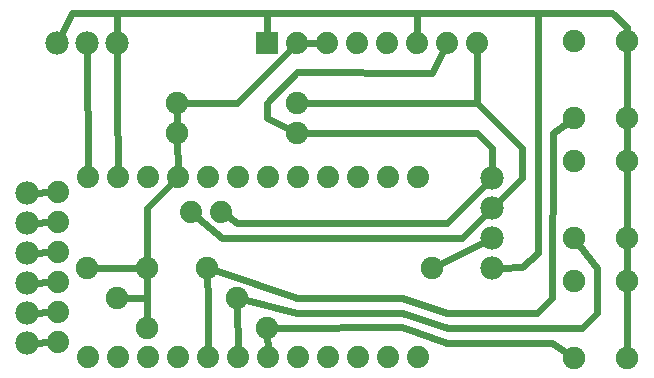
<source format=gbl>
G04 MADE WITH FRITZING*
G04 WWW.FRITZING.ORG*
G04 DOUBLE SIDED*
G04 HOLES PLATED*
G04 CONTOUR ON CENTER OF CONTOUR VECTOR*
%ASAXBY*%
%FSLAX23Y23*%
%MOIN*%
%OFA0B0*%
%SFA1.0B1.0*%
%ADD10C,0.074000*%
%ADD11C,0.075000*%
%ADD12C,0.078000*%
%ADD13R,0.074000X0.074000*%
%ADD14C,0.024000*%
%LNCOPPER0*%
G90*
G70*
G54D10*
X880Y1155D03*
X980Y1155D03*
X1080Y1155D03*
X1180Y1155D03*
X1280Y1155D03*
X1380Y1155D03*
X1480Y1155D03*
X1580Y1155D03*
X880Y1155D03*
X980Y1155D03*
X1080Y1155D03*
X1180Y1155D03*
X1280Y1155D03*
X1380Y1155D03*
X1480Y1155D03*
X1580Y1155D03*
X181Y656D03*
X181Y556D03*
X181Y456D03*
X181Y356D03*
X181Y256D03*
X181Y156D03*
X281Y706D03*
X381Y706D03*
X481Y706D03*
X581Y706D03*
X681Y706D03*
X626Y591D03*
X726Y591D03*
X781Y706D03*
X881Y706D03*
X981Y706D03*
X1081Y706D03*
X1181Y706D03*
X1281Y706D03*
X1381Y706D03*
X1381Y106D03*
X1281Y106D03*
X1181Y106D03*
X1081Y106D03*
X981Y106D03*
X881Y106D03*
X781Y106D03*
X681Y106D03*
X581Y106D03*
X481Y106D03*
X381Y106D03*
X281Y106D03*
G54D11*
X980Y855D03*
X580Y855D03*
X2080Y361D03*
X2080Y105D03*
X1903Y361D03*
X1903Y105D03*
X2080Y761D03*
X2080Y505D03*
X1903Y761D03*
X1903Y505D03*
X2080Y1161D03*
X2080Y905D03*
X1903Y1161D03*
X1903Y905D03*
X880Y205D03*
X480Y205D03*
X780Y305D03*
X380Y305D03*
X680Y405D03*
X280Y405D03*
G54D12*
X180Y1155D03*
X280Y1155D03*
X380Y1155D03*
X1630Y705D03*
X1630Y605D03*
X1630Y505D03*
X1630Y405D03*
G54D11*
X980Y955D03*
X580Y955D03*
X479Y404D03*
X1430Y405D03*
G54D12*
X80Y655D03*
X80Y555D03*
X80Y455D03*
X80Y355D03*
X80Y255D03*
X80Y155D03*
X80Y655D03*
X80Y555D03*
X80Y455D03*
X80Y355D03*
X80Y255D03*
X80Y155D03*
G54D13*
X880Y1155D03*
X880Y1155D03*
G54D14*
X681Y304D02*
X680Y376D01*
D02*
X681Y137D02*
X681Y304D01*
D02*
X780Y276D02*
X781Y137D01*
D02*
X880Y176D02*
X881Y137D01*
D02*
X1830Y155D02*
X1479Y155D01*
D02*
X1479Y155D02*
X1330Y206D01*
D02*
X1330Y206D02*
X909Y205D01*
D02*
X1879Y121D02*
X1830Y155D01*
D02*
X980Y254D02*
X808Y298D01*
D02*
X1980Y404D02*
X1980Y254D01*
D02*
X1980Y254D02*
X1930Y204D01*
D02*
X1481Y204D02*
X1330Y254D01*
D02*
X1330Y254D02*
X980Y254D01*
D02*
X1930Y204D02*
X1481Y204D01*
D02*
X1920Y482D02*
X1980Y404D01*
D02*
X1830Y304D02*
X1780Y254D01*
D02*
X1479Y254D02*
X1330Y304D01*
D02*
X1330Y304D02*
X980Y304D01*
D02*
X980Y304D02*
X707Y396D01*
D02*
X1831Y854D02*
X1830Y304D01*
D02*
X1780Y254D02*
X1479Y254D01*
D02*
X1879Y888D02*
X1831Y854D01*
D02*
X1480Y554D02*
X780Y555D01*
D02*
X1609Y683D02*
X1480Y554D01*
D02*
X780Y555D02*
X752Y574D01*
D02*
X1609Y583D02*
X1530Y505D01*
D02*
X1530Y505D02*
X730Y504D01*
D02*
X730Y504D02*
X650Y571D01*
D02*
X1580Y854D02*
X1009Y855D01*
D02*
X1630Y805D02*
X1580Y854D01*
D02*
X1630Y735D02*
X1630Y805D01*
D02*
X1729Y705D02*
X1730Y805D01*
D02*
X1730Y805D02*
X1580Y955D01*
D02*
X1651Y626D02*
X1729Y705D01*
D02*
X1580Y955D02*
X1009Y955D01*
D02*
X1379Y1255D02*
X1380Y1186D01*
D02*
X1781Y1255D02*
X1379Y1255D01*
D02*
X2080Y1206D02*
X2030Y1254D01*
D02*
X2030Y1254D02*
X1781Y1255D01*
D02*
X2080Y1189D02*
X2080Y1206D01*
D02*
X1580Y955D02*
X1580Y1124D01*
D02*
X1430Y1054D02*
X980Y1056D01*
D02*
X980Y1056D02*
X880Y955D01*
D02*
X880Y955D02*
X880Y904D01*
D02*
X880Y904D02*
X954Y867D01*
D02*
X1466Y1127D02*
X1430Y1054D01*
D02*
X2080Y933D02*
X2080Y1132D01*
D02*
X2080Y789D02*
X2080Y876D01*
D02*
X2080Y533D02*
X2080Y732D01*
D02*
X2080Y389D02*
X2080Y476D01*
D02*
X2080Y332D02*
X2080Y133D01*
D02*
X879Y1255D02*
X880Y1186D01*
D02*
X1379Y1255D02*
X879Y1255D01*
D02*
X380Y1255D02*
X380Y1185D01*
D02*
X229Y1255D02*
X380Y1255D01*
D02*
X193Y1182D02*
X229Y1255D01*
D02*
X380Y1255D02*
X380Y1185D01*
D02*
X879Y1255D02*
X380Y1255D01*
D02*
X380Y955D02*
X380Y1125D01*
D02*
X381Y737D02*
X380Y955D01*
D02*
X280Y1125D02*
X281Y737D01*
D02*
X580Y826D02*
X581Y737D01*
D02*
X580Y926D02*
X580Y883D01*
D02*
X780Y955D02*
X958Y1133D01*
D02*
X609Y955D02*
X780Y955D01*
D02*
X1049Y1155D02*
X1011Y1155D01*
D02*
X1730Y406D02*
X1660Y405D01*
D02*
X1781Y454D02*
X1730Y406D01*
D02*
X1781Y1255D02*
X1781Y454D01*
D02*
X479Y604D02*
X479Y433D01*
D02*
X559Y684D02*
X479Y604D01*
D02*
X1456Y418D02*
X1603Y491D01*
D02*
X150Y656D02*
X110Y655D01*
D02*
X150Y556D02*
X110Y555D01*
D02*
X150Y456D02*
X110Y455D01*
D02*
X150Y356D02*
X110Y355D01*
D02*
X150Y256D02*
X110Y255D01*
D02*
X150Y156D02*
X110Y155D01*
D02*
X451Y404D02*
X309Y405D01*
D02*
X479Y376D02*
X479Y304D01*
D02*
X479Y304D02*
X409Y305D01*
D02*
X479Y304D02*
X480Y233D01*
G04 End of Copper0*
M02*
</source>
